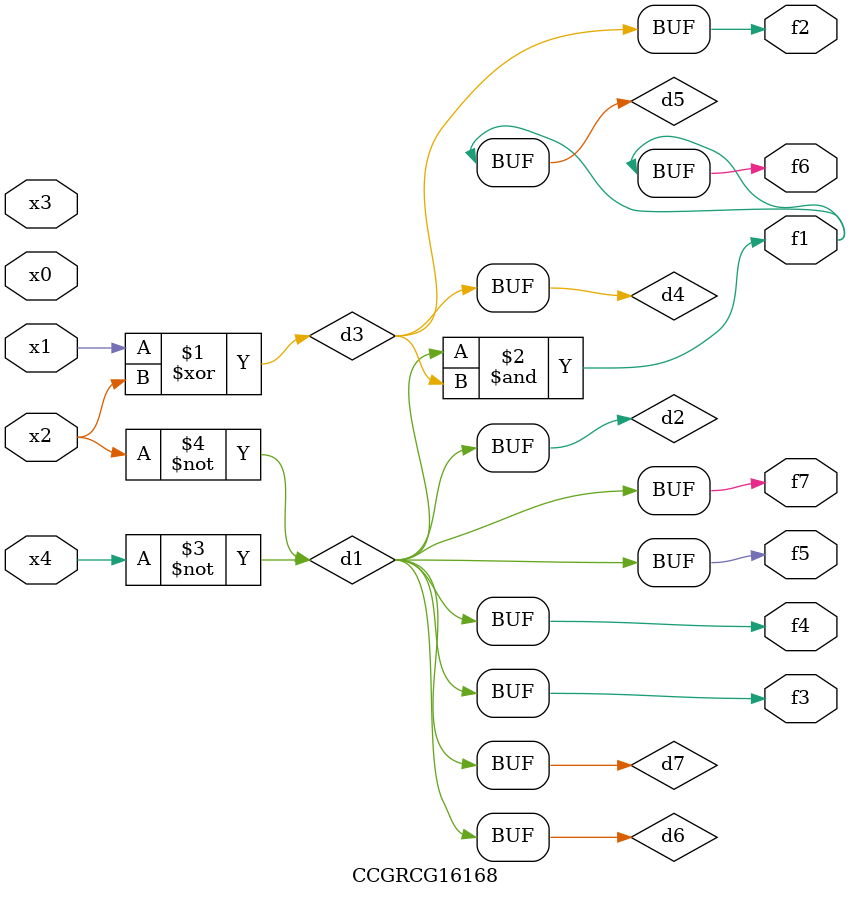
<source format=v>
module CCGRCG16168(
	input x0, x1, x2, x3, x4,
	output f1, f2, f3, f4, f5, f6, f7
);

	wire d1, d2, d3, d4, d5, d6, d7;

	not (d1, x4);
	not (d2, x2);
	xor (d3, x1, x2);
	buf (d4, d3);
	and (d5, d1, d3);
	buf (d6, d1, d2);
	buf (d7, d2);
	assign f1 = d5;
	assign f2 = d4;
	assign f3 = d7;
	assign f4 = d7;
	assign f5 = d7;
	assign f6 = d5;
	assign f7 = d7;
endmodule

</source>
